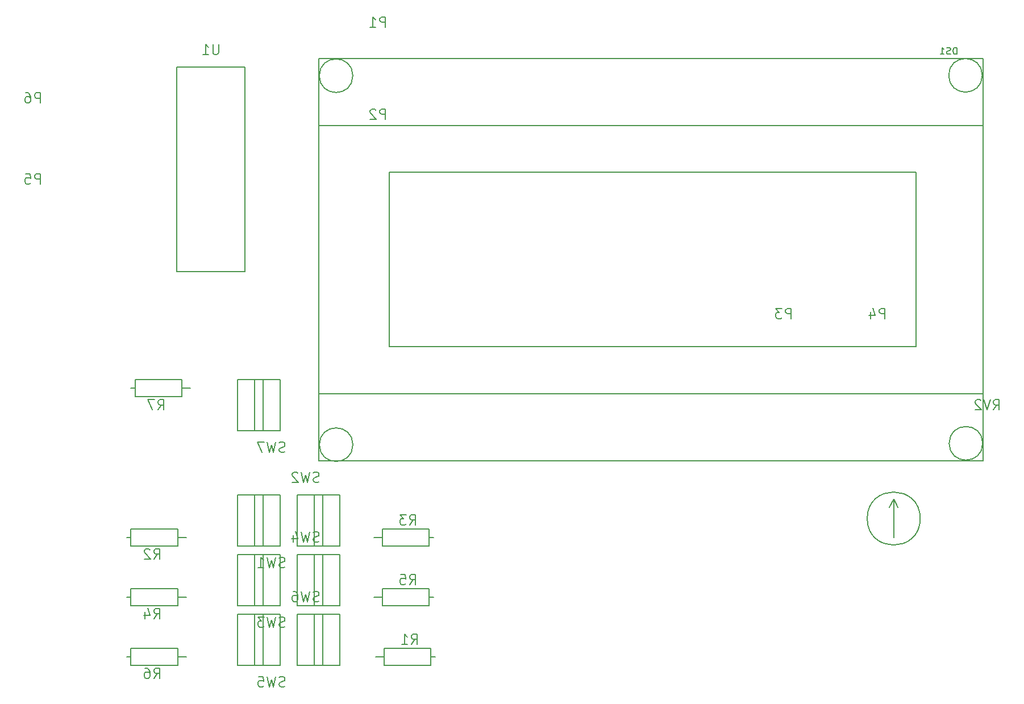
<source format=gbr>
G04 #@! TF.FileFunction,Legend,Bot*
%FSLAX46Y46*%
G04 Gerber Fmt 4.6, Leading zero omitted, Abs format (unit mm)*
G04 Created by KiCad (PCBNEW (2015-03-05 BZR 5480)-product) date Mon 16 Mar 2015 17:51:40 CET*
%MOMM*%
G01*
G04 APERTURE LIST*
%ADD10C,0.100000*%
%ADD11C,0.150000*%
G04 APERTURE END LIST*
D10*
D11*
X217170000Y-108006000D02*
X118170000Y-108006000D01*
X118170000Y-98006000D02*
X217170000Y-98006000D01*
X118170000Y-48006000D02*
X217170000Y-48006000D01*
X118170000Y-58006000D02*
X217170000Y-58006000D01*
X118170000Y-108006000D02*
X118170000Y-48006000D01*
X207170000Y-65006000D02*
X207170000Y-91006000D01*
X207170000Y-91006000D02*
X128670000Y-91006000D01*
X128670000Y-91006000D02*
X128670000Y-65506000D01*
X128670000Y-65506000D02*
X128670000Y-65006000D01*
X128670000Y-65006000D02*
X207170000Y-65006000D01*
X217170000Y-98006000D02*
X217170000Y-58006000D01*
X217170000Y-48006000D02*
X217170000Y-108006000D01*
X217170000Y-108006000D02*
X137170000Y-108006000D01*
X123247660Y-50601880D02*
G75*
G03X123247660Y-50601880I-2499360J0D01*
G01*
X123257820Y-105582720D02*
G75*
G03X123257820Y-105582720I-2499360J0D01*
G01*
X217093800Y-105379520D02*
G75*
G03X217093800Y-105379520I-2501900J0D01*
G01*
X217027760Y-50546000D02*
G75*
G03X217027760Y-50546000I-2499360J0D01*
G01*
X126619000Y-137160000D02*
X127889000Y-137160000D01*
X127889000Y-137160000D02*
X127889000Y-135890000D01*
X127889000Y-135890000D02*
X134239000Y-135890000D01*
X134239000Y-135890000D02*
X134874000Y-135890000D01*
X134874000Y-135890000D02*
X134874000Y-137160000D01*
X134874000Y-137160000D02*
X135509000Y-137160000D01*
X135509000Y-137160000D02*
X134874000Y-137160000D01*
X134874000Y-137160000D02*
X134874000Y-138430000D01*
X134874000Y-138430000D02*
X127889000Y-138430000D01*
X127889000Y-138430000D02*
X127889000Y-137160000D01*
X98425000Y-119380000D02*
X97155000Y-119380000D01*
X97155000Y-119380000D02*
X97155000Y-120650000D01*
X97155000Y-120650000D02*
X90805000Y-120650000D01*
X90805000Y-120650000D02*
X90170000Y-120650000D01*
X90170000Y-120650000D02*
X90170000Y-119380000D01*
X90170000Y-119380000D02*
X89535000Y-119380000D01*
X89535000Y-119380000D02*
X90170000Y-119380000D01*
X90170000Y-119380000D02*
X90170000Y-118110000D01*
X90170000Y-118110000D02*
X97155000Y-118110000D01*
X97155000Y-118110000D02*
X97155000Y-119380000D01*
X126365000Y-119380000D02*
X127635000Y-119380000D01*
X127635000Y-119380000D02*
X127635000Y-118110000D01*
X127635000Y-118110000D02*
X133985000Y-118110000D01*
X133985000Y-118110000D02*
X134620000Y-118110000D01*
X134620000Y-118110000D02*
X134620000Y-119380000D01*
X134620000Y-119380000D02*
X135255000Y-119380000D01*
X135255000Y-119380000D02*
X134620000Y-119380000D01*
X134620000Y-119380000D02*
X134620000Y-120650000D01*
X134620000Y-120650000D02*
X127635000Y-120650000D01*
X127635000Y-120650000D02*
X127635000Y-119380000D01*
X98425000Y-128270000D02*
X97155000Y-128270000D01*
X97155000Y-128270000D02*
X97155000Y-129540000D01*
X97155000Y-129540000D02*
X90805000Y-129540000D01*
X90805000Y-129540000D02*
X90170000Y-129540000D01*
X90170000Y-129540000D02*
X90170000Y-128270000D01*
X90170000Y-128270000D02*
X89535000Y-128270000D01*
X89535000Y-128270000D02*
X90170000Y-128270000D01*
X90170000Y-128270000D02*
X90170000Y-127000000D01*
X90170000Y-127000000D02*
X97155000Y-127000000D01*
X97155000Y-127000000D02*
X97155000Y-128270000D01*
X126365000Y-128270000D02*
X127635000Y-128270000D01*
X127635000Y-128270000D02*
X127635000Y-127000000D01*
X127635000Y-127000000D02*
X133985000Y-127000000D01*
X133985000Y-127000000D02*
X134620000Y-127000000D01*
X134620000Y-127000000D02*
X134620000Y-128270000D01*
X134620000Y-128270000D02*
X135255000Y-128270000D01*
X135255000Y-128270000D02*
X134620000Y-128270000D01*
X134620000Y-128270000D02*
X134620000Y-129540000D01*
X134620000Y-129540000D02*
X127635000Y-129540000D01*
X127635000Y-129540000D02*
X127635000Y-128270000D01*
X98425000Y-137160000D02*
X97155000Y-137160000D01*
X97155000Y-137160000D02*
X97155000Y-138430000D01*
X97155000Y-138430000D02*
X90805000Y-138430000D01*
X90805000Y-138430000D02*
X90170000Y-138430000D01*
X90170000Y-138430000D02*
X90170000Y-137160000D01*
X90170000Y-137160000D02*
X89535000Y-137160000D01*
X89535000Y-137160000D02*
X90170000Y-137160000D01*
X90170000Y-137160000D02*
X90170000Y-135890000D01*
X90170000Y-135890000D02*
X97155000Y-135890000D01*
X97155000Y-135890000D02*
X97155000Y-137160000D01*
X203835000Y-113665000D02*
X204470000Y-114935000D01*
X203835000Y-119380000D02*
X203835000Y-113665000D01*
X203835000Y-113665000D02*
X203200000Y-114935000D01*
X207786313Y-116586000D02*
G75*
G03X207786313Y-116586000I-3951313J0D01*
G01*
X109855000Y-113030000D02*
X109855000Y-120650000D01*
X109855000Y-120650000D02*
X108585000Y-120650000D01*
X108585000Y-120650000D02*
X108585000Y-113030000D01*
X112395000Y-113030000D02*
X106045000Y-113030000D01*
X106045000Y-113030000D02*
X106045000Y-120650000D01*
X106045000Y-120650000D02*
X112395000Y-120650000D01*
X112395000Y-120650000D02*
X112395000Y-113030000D01*
X117475000Y-120650000D02*
X117475000Y-113030000D01*
X117475000Y-113030000D02*
X118745000Y-113030000D01*
X118745000Y-113030000D02*
X118745000Y-120650000D01*
X114935000Y-120650000D02*
X121285000Y-120650000D01*
X121285000Y-120650000D02*
X121285000Y-113030000D01*
X121285000Y-113030000D02*
X114935000Y-113030000D01*
X114935000Y-113030000D02*
X114935000Y-120650000D01*
X109855000Y-121920000D02*
X109855000Y-129540000D01*
X109855000Y-129540000D02*
X108585000Y-129540000D01*
X108585000Y-129540000D02*
X108585000Y-121920000D01*
X112395000Y-121920000D02*
X106045000Y-121920000D01*
X106045000Y-121920000D02*
X106045000Y-129540000D01*
X106045000Y-129540000D02*
X112395000Y-129540000D01*
X112395000Y-129540000D02*
X112395000Y-121920000D01*
X117475000Y-129540000D02*
X117475000Y-121920000D01*
X117475000Y-121920000D02*
X118745000Y-121920000D01*
X118745000Y-121920000D02*
X118745000Y-129540000D01*
X114935000Y-129540000D02*
X121285000Y-129540000D01*
X121285000Y-129540000D02*
X121285000Y-121920000D01*
X121285000Y-121920000D02*
X114935000Y-121920000D01*
X114935000Y-121920000D02*
X114935000Y-129540000D01*
X109855000Y-130810000D02*
X109855000Y-138430000D01*
X109855000Y-138430000D02*
X108585000Y-138430000D01*
X108585000Y-138430000D02*
X108585000Y-130810000D01*
X112395000Y-130810000D02*
X106045000Y-130810000D01*
X106045000Y-130810000D02*
X106045000Y-138430000D01*
X106045000Y-138430000D02*
X112395000Y-138430000D01*
X112395000Y-138430000D02*
X112395000Y-130810000D01*
X117475000Y-138430000D02*
X117475000Y-130810000D01*
X117475000Y-130810000D02*
X118745000Y-130810000D01*
X118745000Y-130810000D02*
X118745000Y-138430000D01*
X114935000Y-138430000D02*
X121285000Y-138430000D01*
X121285000Y-138430000D02*
X121285000Y-130810000D01*
X121285000Y-130810000D02*
X114935000Y-130810000D01*
X114935000Y-130810000D02*
X114935000Y-138430000D01*
X97028000Y-49276000D02*
X97028000Y-79756000D01*
X97028000Y-79756000D02*
X107188000Y-79756000D01*
X107188000Y-79756000D02*
X107188000Y-49276000D01*
X107188000Y-49276000D02*
X97028000Y-49276000D01*
X99060000Y-97155000D02*
X97790000Y-97155000D01*
X97790000Y-97155000D02*
X97790000Y-98425000D01*
X97790000Y-98425000D02*
X91440000Y-98425000D01*
X91440000Y-98425000D02*
X90805000Y-98425000D01*
X90805000Y-98425000D02*
X90805000Y-97155000D01*
X90805000Y-97155000D02*
X90170000Y-97155000D01*
X90170000Y-97155000D02*
X90805000Y-97155000D01*
X90805000Y-97155000D02*
X90805000Y-95885000D01*
X90805000Y-95885000D02*
X97790000Y-95885000D01*
X97790000Y-95885000D02*
X97790000Y-97155000D01*
X109855000Y-95885000D02*
X109855000Y-103505000D01*
X109855000Y-103505000D02*
X108585000Y-103505000D01*
X108585000Y-103505000D02*
X108585000Y-95885000D01*
X112395000Y-95885000D02*
X106045000Y-95885000D01*
X106045000Y-95885000D02*
X106045000Y-103505000D01*
X106045000Y-103505000D02*
X112395000Y-103505000D01*
X112395000Y-103505000D02*
X112395000Y-95885000D01*
X213243326Y-47399201D02*
X213243326Y-46399201D01*
X213005231Y-46399201D01*
X212862373Y-46446820D01*
X212767135Y-46542058D01*
X212719516Y-46637296D01*
X212671897Y-46827772D01*
X212671897Y-46970630D01*
X212719516Y-47161106D01*
X212767135Y-47256344D01*
X212862373Y-47351582D01*
X213005231Y-47399201D01*
X213243326Y-47399201D01*
X212290945Y-47351582D02*
X212148088Y-47399201D01*
X211909992Y-47399201D01*
X211814754Y-47351582D01*
X211767135Y-47303963D01*
X211719516Y-47208725D01*
X211719516Y-47113487D01*
X211767135Y-47018249D01*
X211814754Y-46970630D01*
X211909992Y-46923010D01*
X212100469Y-46875391D01*
X212195707Y-46827772D01*
X212243326Y-46780153D01*
X212290945Y-46684915D01*
X212290945Y-46589677D01*
X212243326Y-46494439D01*
X212195707Y-46446820D01*
X212100469Y-46399201D01*
X211862373Y-46399201D01*
X211719516Y-46446820D01*
X210767135Y-47399201D02*
X211338564Y-47399201D01*
X211052850Y-47399201D02*
X211052850Y-46399201D01*
X211148088Y-46542058D01*
X211243326Y-46637296D01*
X211338564Y-46684915D01*
X128107142Y-43350571D02*
X128107142Y-41850571D01*
X127535714Y-41850571D01*
X127392856Y-41922000D01*
X127321428Y-41993429D01*
X127249999Y-42136286D01*
X127249999Y-42350571D01*
X127321428Y-42493429D01*
X127392856Y-42564857D01*
X127535714Y-42636286D01*
X128107142Y-42636286D01*
X125821428Y-43350571D02*
X126678571Y-43350571D01*
X126249999Y-43350571D02*
X126249999Y-41850571D01*
X126392856Y-42064857D01*
X126535714Y-42207714D01*
X126678571Y-42279143D01*
X128107142Y-57066571D02*
X128107142Y-55566571D01*
X127535714Y-55566571D01*
X127392856Y-55638000D01*
X127321428Y-55709429D01*
X127249999Y-55852286D01*
X127249999Y-56066571D01*
X127321428Y-56209429D01*
X127392856Y-56280857D01*
X127535714Y-56352286D01*
X128107142Y-56352286D01*
X126678571Y-55709429D02*
X126607142Y-55638000D01*
X126464285Y-55566571D01*
X126107142Y-55566571D01*
X125964285Y-55638000D01*
X125892856Y-55709429D01*
X125821428Y-55852286D01*
X125821428Y-55995143D01*
X125892856Y-56209429D01*
X126749999Y-57066571D01*
X125821428Y-57066571D01*
X188559142Y-86784571D02*
X188559142Y-85284571D01*
X187987714Y-85284571D01*
X187844856Y-85356000D01*
X187773428Y-85427429D01*
X187701999Y-85570286D01*
X187701999Y-85784571D01*
X187773428Y-85927429D01*
X187844856Y-85998857D01*
X187987714Y-86070286D01*
X188559142Y-86070286D01*
X187201999Y-85284571D02*
X186273428Y-85284571D01*
X186773428Y-85856000D01*
X186559142Y-85856000D01*
X186416285Y-85927429D01*
X186344856Y-85998857D01*
X186273428Y-86141714D01*
X186273428Y-86498857D01*
X186344856Y-86641714D01*
X186416285Y-86713143D01*
X186559142Y-86784571D01*
X186987714Y-86784571D01*
X187130571Y-86713143D01*
X187201999Y-86641714D01*
X202529142Y-86784571D02*
X202529142Y-85284571D01*
X201957714Y-85284571D01*
X201814856Y-85356000D01*
X201743428Y-85427429D01*
X201671999Y-85570286D01*
X201671999Y-85784571D01*
X201743428Y-85927429D01*
X201814856Y-85998857D01*
X201957714Y-86070286D01*
X202529142Y-86070286D01*
X200386285Y-85784571D02*
X200386285Y-86784571D01*
X200743428Y-85213143D02*
X201100571Y-86284571D01*
X200171999Y-86284571D01*
X131948999Y-135298571D02*
X132448999Y-134584286D01*
X132806142Y-135298571D02*
X132806142Y-133798571D01*
X132234714Y-133798571D01*
X132091856Y-133870000D01*
X132020428Y-133941429D01*
X131948999Y-134084286D01*
X131948999Y-134298571D01*
X132020428Y-134441429D01*
X132091856Y-134512857D01*
X132234714Y-134584286D01*
X132806142Y-134584286D01*
X130520428Y-135298571D02*
X131377571Y-135298571D01*
X130948999Y-135298571D02*
X130948999Y-133798571D01*
X131091856Y-134012857D01*
X131234714Y-134155714D01*
X131377571Y-134227143D01*
X93594999Y-122598571D02*
X94094999Y-121884286D01*
X94452142Y-122598571D02*
X94452142Y-121098571D01*
X93880714Y-121098571D01*
X93737856Y-121170000D01*
X93666428Y-121241429D01*
X93594999Y-121384286D01*
X93594999Y-121598571D01*
X93666428Y-121741429D01*
X93737856Y-121812857D01*
X93880714Y-121884286D01*
X94452142Y-121884286D01*
X93023571Y-121241429D02*
X92952142Y-121170000D01*
X92809285Y-121098571D01*
X92452142Y-121098571D01*
X92309285Y-121170000D01*
X92237856Y-121241429D01*
X92166428Y-121384286D01*
X92166428Y-121527143D01*
X92237856Y-121741429D01*
X93094999Y-122598571D01*
X92166428Y-122598571D01*
X131694999Y-117518571D02*
X132194999Y-116804286D01*
X132552142Y-117518571D02*
X132552142Y-116018571D01*
X131980714Y-116018571D01*
X131837856Y-116090000D01*
X131766428Y-116161429D01*
X131694999Y-116304286D01*
X131694999Y-116518571D01*
X131766428Y-116661429D01*
X131837856Y-116732857D01*
X131980714Y-116804286D01*
X132552142Y-116804286D01*
X131194999Y-116018571D02*
X130266428Y-116018571D01*
X130766428Y-116590000D01*
X130552142Y-116590000D01*
X130409285Y-116661429D01*
X130337856Y-116732857D01*
X130266428Y-116875714D01*
X130266428Y-117232857D01*
X130337856Y-117375714D01*
X130409285Y-117447143D01*
X130552142Y-117518571D01*
X130980714Y-117518571D01*
X131123571Y-117447143D01*
X131194999Y-117375714D01*
X93594999Y-131488571D02*
X94094999Y-130774286D01*
X94452142Y-131488571D02*
X94452142Y-129988571D01*
X93880714Y-129988571D01*
X93737856Y-130060000D01*
X93666428Y-130131429D01*
X93594999Y-130274286D01*
X93594999Y-130488571D01*
X93666428Y-130631429D01*
X93737856Y-130702857D01*
X93880714Y-130774286D01*
X94452142Y-130774286D01*
X92309285Y-130488571D02*
X92309285Y-131488571D01*
X92666428Y-129917143D02*
X93023571Y-130988571D01*
X92094999Y-130988571D01*
X131694999Y-126408571D02*
X132194999Y-125694286D01*
X132552142Y-126408571D02*
X132552142Y-124908571D01*
X131980714Y-124908571D01*
X131837856Y-124980000D01*
X131766428Y-125051429D01*
X131694999Y-125194286D01*
X131694999Y-125408571D01*
X131766428Y-125551429D01*
X131837856Y-125622857D01*
X131980714Y-125694286D01*
X132552142Y-125694286D01*
X130337856Y-124908571D02*
X131052142Y-124908571D01*
X131123571Y-125622857D01*
X131052142Y-125551429D01*
X130909285Y-125480000D01*
X130552142Y-125480000D01*
X130409285Y-125551429D01*
X130337856Y-125622857D01*
X130266428Y-125765714D01*
X130266428Y-126122857D01*
X130337856Y-126265714D01*
X130409285Y-126337143D01*
X130552142Y-126408571D01*
X130909285Y-126408571D01*
X131052142Y-126337143D01*
X131123571Y-126265714D01*
X93594999Y-140378571D02*
X94094999Y-139664286D01*
X94452142Y-140378571D02*
X94452142Y-138878571D01*
X93880714Y-138878571D01*
X93737856Y-138950000D01*
X93666428Y-139021429D01*
X93594999Y-139164286D01*
X93594999Y-139378571D01*
X93666428Y-139521429D01*
X93737856Y-139592857D01*
X93880714Y-139664286D01*
X94452142Y-139664286D01*
X92309285Y-138878571D02*
X92594999Y-138878571D01*
X92737856Y-138950000D01*
X92809285Y-139021429D01*
X92952142Y-139235714D01*
X93023571Y-139521429D01*
X93023571Y-140092857D01*
X92952142Y-140235714D01*
X92880714Y-140307143D01*
X92737856Y-140378571D01*
X92452142Y-140378571D01*
X92309285Y-140307143D01*
X92237856Y-140235714D01*
X92166428Y-140092857D01*
X92166428Y-139735714D01*
X92237856Y-139592857D01*
X92309285Y-139521429D01*
X92452142Y-139450000D01*
X92737856Y-139450000D01*
X92880714Y-139521429D01*
X92952142Y-139592857D01*
X93023571Y-139735714D01*
X218697856Y-100373571D02*
X219197856Y-99659286D01*
X219554999Y-100373571D02*
X219554999Y-98873571D01*
X218983571Y-98873571D01*
X218840713Y-98945000D01*
X218769285Y-99016429D01*
X218697856Y-99159286D01*
X218697856Y-99373571D01*
X218769285Y-99516429D01*
X218840713Y-99587857D01*
X218983571Y-99659286D01*
X219554999Y-99659286D01*
X218269285Y-98873571D02*
X217769285Y-100373571D01*
X217269285Y-98873571D01*
X216840714Y-99016429D02*
X216769285Y-98945000D01*
X216626428Y-98873571D01*
X216269285Y-98873571D01*
X216126428Y-98945000D01*
X216054999Y-99016429D01*
X215983571Y-99159286D01*
X215983571Y-99302143D01*
X216054999Y-99516429D01*
X216912142Y-100373571D01*
X215983571Y-100373571D01*
X113125000Y-123797143D02*
X112910714Y-123868571D01*
X112553571Y-123868571D01*
X112410714Y-123797143D01*
X112339285Y-123725714D01*
X112267857Y-123582857D01*
X112267857Y-123440000D01*
X112339285Y-123297143D01*
X112410714Y-123225714D01*
X112553571Y-123154286D01*
X112839285Y-123082857D01*
X112982143Y-123011429D01*
X113053571Y-122940000D01*
X113125000Y-122797143D01*
X113125000Y-122654286D01*
X113053571Y-122511429D01*
X112982143Y-122440000D01*
X112839285Y-122368571D01*
X112482143Y-122368571D01*
X112267857Y-122440000D01*
X111767857Y-122368571D02*
X111410714Y-123868571D01*
X111125000Y-122797143D01*
X110839286Y-123868571D01*
X110482143Y-122368571D01*
X109125000Y-123868571D02*
X109982143Y-123868571D01*
X109553571Y-123868571D02*
X109553571Y-122368571D01*
X109696428Y-122582857D01*
X109839286Y-122725714D01*
X109982143Y-122797143D01*
X118205000Y-111097143D02*
X117990714Y-111168571D01*
X117633571Y-111168571D01*
X117490714Y-111097143D01*
X117419285Y-111025714D01*
X117347857Y-110882857D01*
X117347857Y-110740000D01*
X117419285Y-110597143D01*
X117490714Y-110525714D01*
X117633571Y-110454286D01*
X117919285Y-110382857D01*
X118062143Y-110311429D01*
X118133571Y-110240000D01*
X118205000Y-110097143D01*
X118205000Y-109954286D01*
X118133571Y-109811429D01*
X118062143Y-109740000D01*
X117919285Y-109668571D01*
X117562143Y-109668571D01*
X117347857Y-109740000D01*
X116847857Y-109668571D02*
X116490714Y-111168571D01*
X116205000Y-110097143D01*
X115919286Y-111168571D01*
X115562143Y-109668571D01*
X115062143Y-109811429D02*
X114990714Y-109740000D01*
X114847857Y-109668571D01*
X114490714Y-109668571D01*
X114347857Y-109740000D01*
X114276428Y-109811429D01*
X114205000Y-109954286D01*
X114205000Y-110097143D01*
X114276428Y-110311429D01*
X115133571Y-111168571D01*
X114205000Y-111168571D01*
X113125000Y-132687143D02*
X112910714Y-132758571D01*
X112553571Y-132758571D01*
X112410714Y-132687143D01*
X112339285Y-132615714D01*
X112267857Y-132472857D01*
X112267857Y-132330000D01*
X112339285Y-132187143D01*
X112410714Y-132115714D01*
X112553571Y-132044286D01*
X112839285Y-131972857D01*
X112982143Y-131901429D01*
X113053571Y-131830000D01*
X113125000Y-131687143D01*
X113125000Y-131544286D01*
X113053571Y-131401429D01*
X112982143Y-131330000D01*
X112839285Y-131258571D01*
X112482143Y-131258571D01*
X112267857Y-131330000D01*
X111767857Y-131258571D02*
X111410714Y-132758571D01*
X111125000Y-131687143D01*
X110839286Y-132758571D01*
X110482143Y-131258571D01*
X110053571Y-131258571D02*
X109125000Y-131258571D01*
X109625000Y-131830000D01*
X109410714Y-131830000D01*
X109267857Y-131901429D01*
X109196428Y-131972857D01*
X109125000Y-132115714D01*
X109125000Y-132472857D01*
X109196428Y-132615714D01*
X109267857Y-132687143D01*
X109410714Y-132758571D01*
X109839286Y-132758571D01*
X109982143Y-132687143D01*
X110053571Y-132615714D01*
X118205000Y-119987143D02*
X117990714Y-120058571D01*
X117633571Y-120058571D01*
X117490714Y-119987143D01*
X117419285Y-119915714D01*
X117347857Y-119772857D01*
X117347857Y-119630000D01*
X117419285Y-119487143D01*
X117490714Y-119415714D01*
X117633571Y-119344286D01*
X117919285Y-119272857D01*
X118062143Y-119201429D01*
X118133571Y-119130000D01*
X118205000Y-118987143D01*
X118205000Y-118844286D01*
X118133571Y-118701429D01*
X118062143Y-118630000D01*
X117919285Y-118558571D01*
X117562143Y-118558571D01*
X117347857Y-118630000D01*
X116847857Y-118558571D02*
X116490714Y-120058571D01*
X116205000Y-118987143D01*
X115919286Y-120058571D01*
X115562143Y-118558571D01*
X114347857Y-119058571D02*
X114347857Y-120058571D01*
X114705000Y-118487143D02*
X115062143Y-119558571D01*
X114133571Y-119558571D01*
X113125000Y-141577143D02*
X112910714Y-141648571D01*
X112553571Y-141648571D01*
X112410714Y-141577143D01*
X112339285Y-141505714D01*
X112267857Y-141362857D01*
X112267857Y-141220000D01*
X112339285Y-141077143D01*
X112410714Y-141005714D01*
X112553571Y-140934286D01*
X112839285Y-140862857D01*
X112982143Y-140791429D01*
X113053571Y-140720000D01*
X113125000Y-140577143D01*
X113125000Y-140434286D01*
X113053571Y-140291429D01*
X112982143Y-140220000D01*
X112839285Y-140148571D01*
X112482143Y-140148571D01*
X112267857Y-140220000D01*
X111767857Y-140148571D02*
X111410714Y-141648571D01*
X111125000Y-140577143D01*
X110839286Y-141648571D01*
X110482143Y-140148571D01*
X109196428Y-140148571D02*
X109910714Y-140148571D01*
X109982143Y-140862857D01*
X109910714Y-140791429D01*
X109767857Y-140720000D01*
X109410714Y-140720000D01*
X109267857Y-140791429D01*
X109196428Y-140862857D01*
X109125000Y-141005714D01*
X109125000Y-141362857D01*
X109196428Y-141505714D01*
X109267857Y-141577143D01*
X109410714Y-141648571D01*
X109767857Y-141648571D01*
X109910714Y-141577143D01*
X109982143Y-141505714D01*
X118205000Y-128877143D02*
X117990714Y-128948571D01*
X117633571Y-128948571D01*
X117490714Y-128877143D01*
X117419285Y-128805714D01*
X117347857Y-128662857D01*
X117347857Y-128520000D01*
X117419285Y-128377143D01*
X117490714Y-128305714D01*
X117633571Y-128234286D01*
X117919285Y-128162857D01*
X118062143Y-128091429D01*
X118133571Y-128020000D01*
X118205000Y-127877143D01*
X118205000Y-127734286D01*
X118133571Y-127591429D01*
X118062143Y-127520000D01*
X117919285Y-127448571D01*
X117562143Y-127448571D01*
X117347857Y-127520000D01*
X116847857Y-127448571D02*
X116490714Y-128948571D01*
X116205000Y-127877143D01*
X115919286Y-128948571D01*
X115562143Y-127448571D01*
X114347857Y-127448571D02*
X114633571Y-127448571D01*
X114776428Y-127520000D01*
X114847857Y-127591429D01*
X114990714Y-127805714D01*
X115062143Y-128091429D01*
X115062143Y-128662857D01*
X114990714Y-128805714D01*
X114919286Y-128877143D01*
X114776428Y-128948571D01*
X114490714Y-128948571D01*
X114347857Y-128877143D01*
X114276428Y-128805714D01*
X114205000Y-128662857D01*
X114205000Y-128305714D01*
X114276428Y-128162857D01*
X114347857Y-128091429D01*
X114490714Y-128020000D01*
X114776428Y-128020000D01*
X114919286Y-128091429D01*
X114990714Y-128162857D01*
X115062143Y-128305714D01*
X103250857Y-45914571D02*
X103250857Y-47128857D01*
X103179429Y-47271714D01*
X103108000Y-47343143D01*
X102965143Y-47414571D01*
X102679429Y-47414571D01*
X102536571Y-47343143D01*
X102465143Y-47271714D01*
X102393714Y-47128857D01*
X102393714Y-45914571D01*
X100893714Y-47414571D02*
X101750857Y-47414571D01*
X101322285Y-47414571D02*
X101322285Y-45914571D01*
X101465142Y-46128857D01*
X101608000Y-46271714D01*
X101750857Y-46343143D01*
X94229999Y-100373571D02*
X94729999Y-99659286D01*
X95087142Y-100373571D02*
X95087142Y-98873571D01*
X94515714Y-98873571D01*
X94372856Y-98945000D01*
X94301428Y-99016429D01*
X94229999Y-99159286D01*
X94229999Y-99373571D01*
X94301428Y-99516429D01*
X94372856Y-99587857D01*
X94515714Y-99659286D01*
X95087142Y-99659286D01*
X93729999Y-98873571D02*
X92729999Y-98873571D01*
X93372856Y-100373571D01*
X113125000Y-106652143D02*
X112910714Y-106723571D01*
X112553571Y-106723571D01*
X112410714Y-106652143D01*
X112339285Y-106580714D01*
X112267857Y-106437857D01*
X112267857Y-106295000D01*
X112339285Y-106152143D01*
X112410714Y-106080714D01*
X112553571Y-106009286D01*
X112839285Y-105937857D01*
X112982143Y-105866429D01*
X113053571Y-105795000D01*
X113125000Y-105652143D01*
X113125000Y-105509286D01*
X113053571Y-105366429D01*
X112982143Y-105295000D01*
X112839285Y-105223571D01*
X112482143Y-105223571D01*
X112267857Y-105295000D01*
X111767857Y-105223571D02*
X111410714Y-106723571D01*
X111125000Y-105652143D01*
X110839286Y-106723571D01*
X110482143Y-105223571D01*
X110053571Y-105223571D02*
X109053571Y-105223571D01*
X109696428Y-106723571D01*
X76672142Y-66718571D02*
X76672142Y-65218571D01*
X76100714Y-65218571D01*
X75957856Y-65290000D01*
X75886428Y-65361429D01*
X75814999Y-65504286D01*
X75814999Y-65718571D01*
X75886428Y-65861429D01*
X75957856Y-65932857D01*
X76100714Y-66004286D01*
X76672142Y-66004286D01*
X74457856Y-65218571D02*
X75172142Y-65218571D01*
X75243571Y-65932857D01*
X75172142Y-65861429D01*
X75029285Y-65790000D01*
X74672142Y-65790000D01*
X74529285Y-65861429D01*
X74457856Y-65932857D01*
X74386428Y-66075714D01*
X74386428Y-66432857D01*
X74457856Y-66575714D01*
X74529285Y-66647143D01*
X74672142Y-66718571D01*
X75029285Y-66718571D01*
X75172142Y-66647143D01*
X75243571Y-66575714D01*
X76672142Y-54653571D02*
X76672142Y-53153571D01*
X76100714Y-53153571D01*
X75957856Y-53225000D01*
X75886428Y-53296429D01*
X75814999Y-53439286D01*
X75814999Y-53653571D01*
X75886428Y-53796429D01*
X75957856Y-53867857D01*
X76100714Y-53939286D01*
X76672142Y-53939286D01*
X74529285Y-53153571D02*
X74814999Y-53153571D01*
X74957856Y-53225000D01*
X75029285Y-53296429D01*
X75172142Y-53510714D01*
X75243571Y-53796429D01*
X75243571Y-54367857D01*
X75172142Y-54510714D01*
X75100714Y-54582143D01*
X74957856Y-54653571D01*
X74672142Y-54653571D01*
X74529285Y-54582143D01*
X74457856Y-54510714D01*
X74386428Y-54367857D01*
X74386428Y-54010714D01*
X74457856Y-53867857D01*
X74529285Y-53796429D01*
X74672142Y-53725000D01*
X74957856Y-53725000D01*
X75100714Y-53796429D01*
X75172142Y-53867857D01*
X75243571Y-54010714D01*
M02*

</source>
